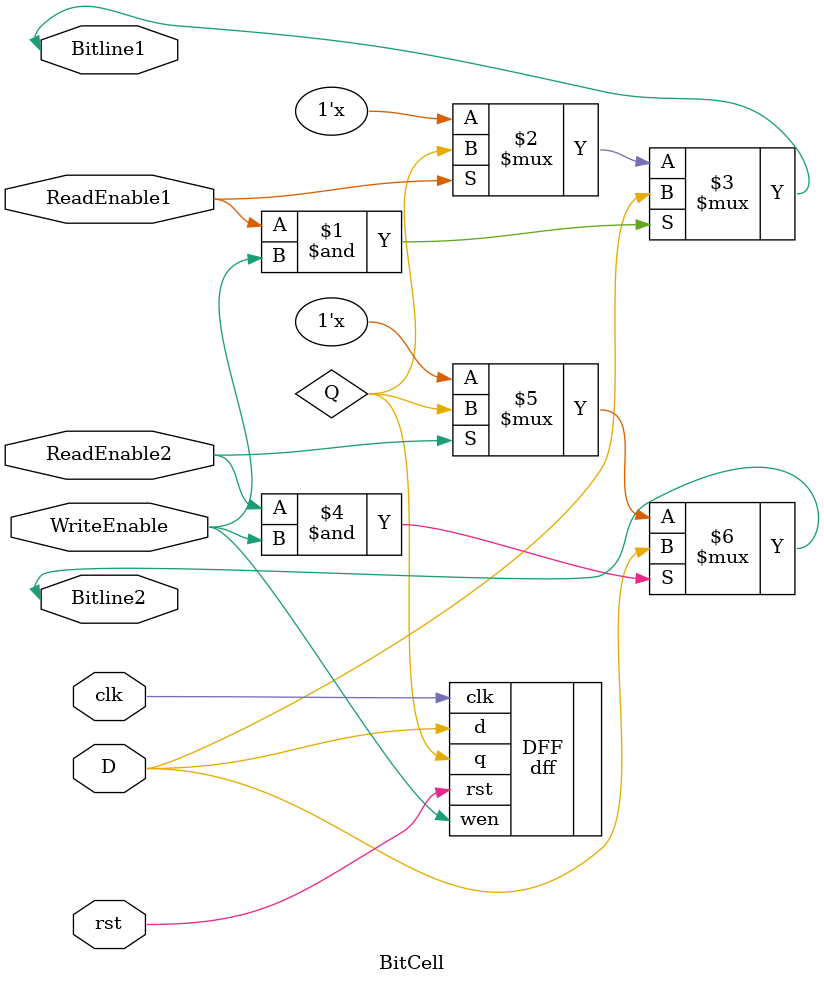
<source format=v>
/* BitCell to make up registers in Register File.s
 * Made up of DFF and tristate buffers so they can be read from
 * both read data lines.
 */

module BitCell(
  input clk, rst, D, WriteEnable, ReadEnable1, ReadEnable2,
  inout Bitline1, Bitline2
  );

  wire Q; // output of DFF, tristated to Bitline1 and Bitline2

// instantiate DFF
dff DFF(.clk(clk), .rst(rst), .d(D), .wen(WriteEnable), .q(Q));

// tristate output to the bitlines, implement bypass
assign Bitline1 = (ReadEnable1 & WriteEnable) ? D :
  (ReadEnable1) ? Q : 1'bz;
assign Bitline2 = (ReadEnable2 & WriteEnable) ? D :
  (ReadEnable2) ? Q : 1'bz;

endmodule

</source>
